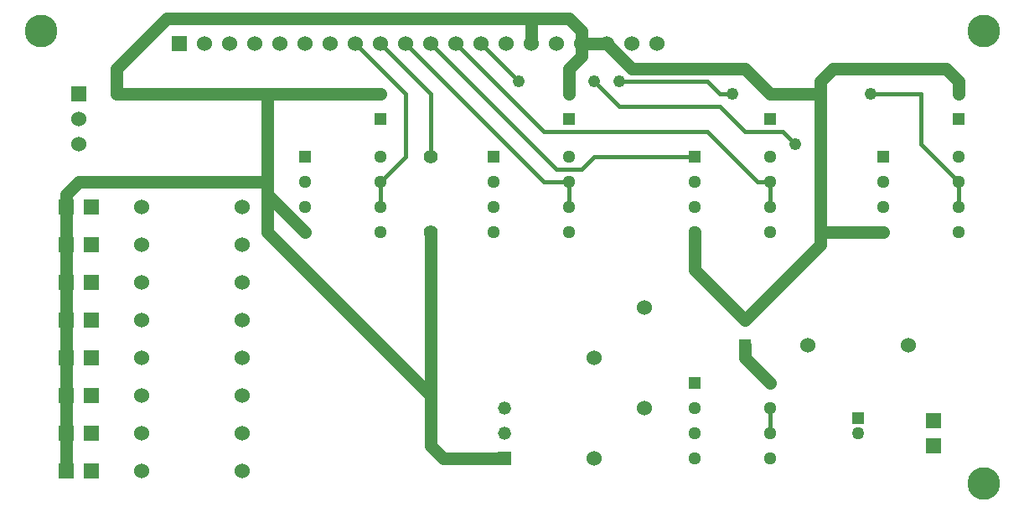
<source format=gbl>
%FSLAX23Y23*%
%MOIN*%
G04 EasyPC Gerber Version 18.0.6 Build 3620 *
%ADD70R,0.05000X0.05000*%
%ADD16R,0.05100X0.05100*%
%ADD22R,0.05200X0.05200*%
%ADD18R,0.06000X0.06000*%
%ADD20R,0.06000X0.06000*%
%ADD26C,0.01500*%
%ADD27C,0.04800*%
%ADD24C,0.05000*%
%ADD71C,0.05000*%
%ADD17C,0.05100*%
%ADD23C,0.05200*%
%ADD25C,0.05600*%
%ADD21C,0.06000*%
%ADD19C,0.06000*%
%ADD15C,0.12992*%
X0Y0D02*
D02*
D15*
X184Y2000D03*
X3934Y200D03*
Y2000D03*
D02*
D16*
X1234Y1500D03*
X1984D03*
X2784Y600D03*
Y1500D03*
X3534D03*
D02*
D17*
X1234Y1200D03*
Y1300D03*
Y1400D03*
X1534Y1200D03*
Y1300D03*
Y1400D03*
Y1500D03*
X1984Y1200D03*
Y1300D03*
Y1400D03*
X2284Y1200D03*
Y1300D03*
Y1400D03*
Y1500D03*
X2784Y300D03*
Y400D03*
Y500D03*
Y1200D03*
Y1300D03*
Y1400D03*
X3084Y300D03*
Y400D03*
Y500D03*
Y600D03*
Y1200D03*
Y1300D03*
Y1400D03*
Y1500D03*
X3534Y1200D03*
Y1300D03*
Y1400D03*
X3834Y1200D03*
Y1300D03*
Y1400D03*
Y1500D03*
D02*
D18*
X284Y250D03*
Y400D03*
Y550D03*
Y700D03*
Y850D03*
Y1000D03*
Y1150D03*
Y1300D03*
X384Y250D03*
Y400D03*
Y550D03*
Y700D03*
Y850D03*
Y1000D03*
Y1150D03*
Y1300D03*
X3734Y350D03*
Y450D03*
D02*
D19*
X584Y250D03*
Y400D03*
Y550D03*
Y700D03*
Y850D03*
Y1000D03*
Y1150D03*
Y1300D03*
X984Y250D03*
Y400D03*
Y550D03*
Y700D03*
Y850D03*
Y1000D03*
Y1150D03*
Y1300D03*
X2384Y300D03*
Y700D03*
X2584Y500D03*
Y900D03*
X3234Y750D03*
X3634D03*
D02*
D70*
X1534Y1650D03*
X2284D03*
X2984Y750D03*
X3084Y1650D03*
X3434Y459D03*
X3834Y1650D03*
D02*
D71*
X1534Y1750D03*
X2284D03*
X2984Y850D03*
X3084Y1750D03*
X3434Y400D03*
X3834Y1750D03*
D02*
D20*
X334D03*
X734Y1950D03*
D02*
D21*
X334Y1550D03*
Y1650D03*
X834Y1950D03*
X934D03*
X1034D03*
X1134D03*
X1234D03*
X1334D03*
X1434D03*
X1534D03*
X1634D03*
X1734D03*
X1834D03*
X1934D03*
X2034D03*
X2134D03*
X2234D03*
X2334D03*
X2434D03*
X2534D03*
X2634D03*
D02*
D22*
X2029Y301D03*
D02*
D23*
Y401D03*
Y501D03*
D02*
D24*
X284Y400D02*
Y250D01*
Y550D02*
Y400D01*
Y700D02*
Y550D01*
Y850D02*
Y700D01*
Y1000D02*
Y850D01*
Y1150D02*
Y1000D01*
Y1300D02*
Y1150D01*
Y1300D02*
Y1350D01*
X334Y1400*
X1084*
Y1350D02*
Y1200D01*
X1734Y550*
X1084Y1350D02*
Y1400D01*
Y1750*
X484*
Y1850*
X684Y2050*
X2134*
X1084Y1750D02*
X1534D01*
X1234Y1200D02*
X1084Y1350D01*
X1734Y550D02*
Y350D01*
X1784Y300*
X2028*
X2029Y301*
X1734Y1200D02*
Y550D01*
X2134Y1950D02*
Y2050D01*
X2284*
X2334Y2000*
Y1950*
X2284Y1750D02*
Y1850D01*
X2334Y1900*
Y1950*
X2434*
X2534Y1850*
X2984*
X3084Y1750*
X2784Y1200D02*
Y1050D01*
X2984Y850*
Y750D02*
Y700D01*
X3084Y600*
Y1750D02*
X3284D01*
Y1200D02*
X3534D01*
X3284D02*
Y1150D01*
X2984Y850*
X3284Y1750D02*
Y1800D01*
X3334Y1850*
X3784*
X3834Y1800*
Y1750*
X3284D02*
Y1200D01*
D02*
D25*
X1734D03*
Y1500D03*
D02*
D26*
X1434Y1950D02*
X1634Y1750D01*
Y1500*
X1534Y1400*
Y1300D02*
Y1400D01*
X1734Y1500D02*
Y1750D01*
X1534Y1950*
X1934D02*
X2084Y1800D01*
X2284Y1400D02*
X2184D01*
X1634Y1950*
X2284Y1400D02*
Y1300D01*
X2384Y1800D02*
X2484Y1700D01*
X2884*
X2984Y1600*
X3134*
X3184Y1550*
X2484Y1800D02*
X2834D01*
X2884Y1750*
X2934*
X2784Y1500D02*
X2384D01*
X2334Y1450*
X2234*
X1734Y1950*
X3084Y400D02*
Y500D01*
Y1400D02*
X3034D01*
X2834Y1600*
X2184*
X1834Y1950*
X3084Y1400D02*
Y1300D01*
X3834D02*
Y1400D01*
X3684Y1550*
Y1750*
X3484*
D02*
D27*
X2084Y1800D03*
X2384D03*
X2484D03*
X2934Y1750D03*
X3184Y1550D03*
X3484Y1750D03*
X0Y0D02*
M02*

</source>
